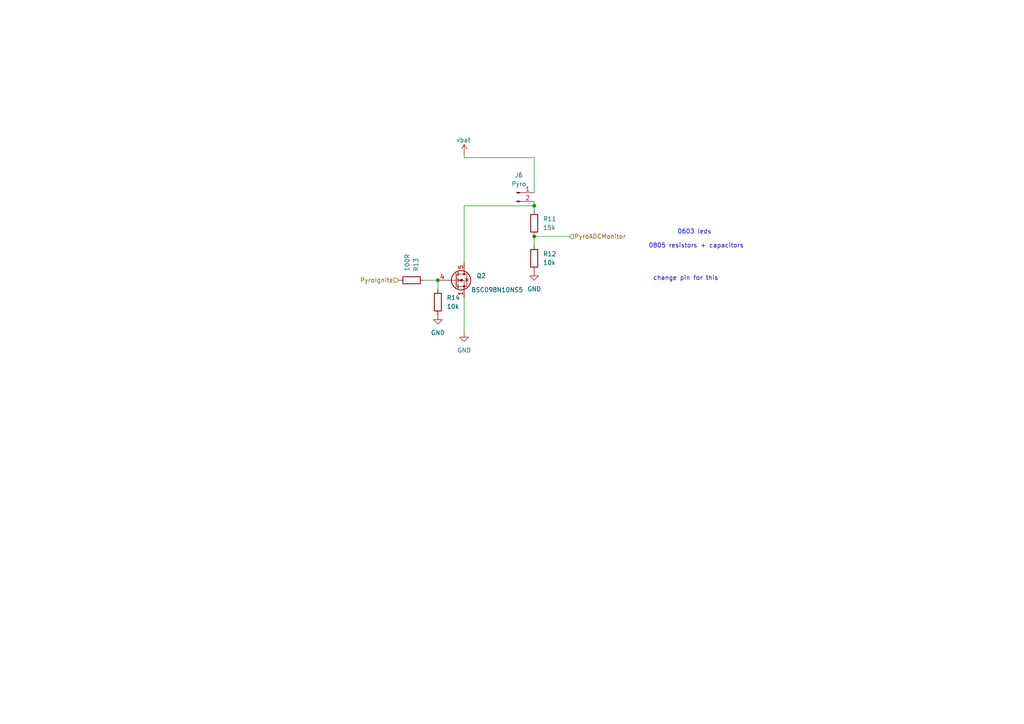
<source format=kicad_sch>
(kicad_sch (version 20250114) (generator "eeschema") (generator_version "9.0")
  (paper "A4")
  (lib_symbols
    (symbol "Connector:Conn_01x02_Pin" (pin_names (offset 1.016) (hide yes))
      (property "Reference" "J" (at 0 2.54 0))
      (property "Value" "Conn_01x02_Pin" (at 0 -5.08 0))
      (symbol "Conn_01x02_Pin_1_1"
        (rectangle (start 0.8636 0.127) (end 0 -0.127) (stroke (width 0.1524)) (fill (type outline)))
        (rectangle (start 0.8636 -2.413) (end 0 -2.667) (stroke (width 0.1524)) (fill (type outline)))
        (polyline (pts (xy 1.27 0) (xy 0.8636 0)) (stroke (width 0.1524)))
        (polyline (pts (xy 1.27 -2.54) (xy 0.8636 -2.54)) (stroke (width 0.1524)))
        (pin passive line (at 5.08 0 180) (length 3.81) (name "Pin_1") (number "1"))
        (pin passive line (at 5.08 -2.54 180) (length 3.81) (name "Pin_2") (number "2"))
      )
    )
    (symbol "Device:R" (pin_numbers (hide yes)) (pin_names (offset 0))
      (property "Reference" "R" (at 2.032 0 90))
      (property "Value" "R" (at 0 0 90))
      (symbol "R_0_1"
        (rectangle (start -1.016 -2.54) (end 1.016 2.54) (stroke (width 0.254)))
      )
      (symbol "R_1_1"
        (pin passive line (at 0 3.81 270) (length 1.27) (name "~") (number "1"))
        (pin passive line (at 0 -3.81 90) (length 1.27) (name "~") (number "2"))
      )
    )
    (symbol "Transistor_FET:BSC098N10NS5" (pin_names (hide yes))
      (property "Reference" "Q" (at 5.08 1.905 0))
      (property "Value" "BSC098N10NS5" (at 5.08 0 0))
      (symbol "BSC098N10NS5_0_1"
        (polyline (pts (xy 0.254 1.905) (xy 0.254 -1.905)) (stroke (width 0.254)))
        (polyline (pts (xy 0.254 0) (xy -2.54 0)))
        (polyline (pts (xy 0.762 2.286) (xy 0.762 1.27)) (stroke (width 0.254)))
        (polyline (pts (xy 0.762 0.508) (xy 0.762 -0.508)) (stroke (width 0.254)))
        (polyline (pts (xy 0.762 -1.27) (xy 0.762 -2.286)) (stroke (width 0.254)))
        (polyline (pts (xy 0.762 -1.778) (xy 3.302 -1.778) (xy 3.302 1.778) (xy 0.762 1.778)))
        (polyline (pts (xy 1.016 0) (xy 2.032 0.381) (xy 2.032 -0.381) (xy 1.016 0)) (fill (type outline)))
        (circle (center 1.651 0) (radius 2.794) (stroke (width 0.254)))
        (polyline (pts (xy 2.54 2.54) (xy 2.54 1.778)))
        (circle (center 2.54 1.778) (radius 0.254) (fill (type outline)))
        (circle (center 2.54 -1.778) (radius 0.254) (fill (type outline)))
        (polyline (pts (xy 2.54 -2.54) (xy 2.54 0) (xy 0.762 0)))
        (polyline (pts (xy 2.794 0.508) (xy 2.921 0.381) (xy 3.683 0.381) (xy 3.81 0.254)))
        (polyline (pts (xy 3.302 0.381) (xy 2.921 -0.254) (xy 3.683 -0.254) (xy 3.302 0.381)))
      )
      (symbol "BSC098N10NS5_1_1"
        (pin passive line (at -5.08 0 0) (length 2.54) (name "G") (number "4"))
        (pin passive line (at 2.54 5.08 270) (length 2.54) (name "D") (number "5"))
        (pin passive line (at 2.54 -5.08 90) (length 2.54) (name "S") (number "1"))
        (pin passive line (at 2.54 -5.08 90) (length 2.54) (hide yes) (name "S") (number "2"))
        (pin passive line (at 2.54 -5.08 90) (length 2.54) (hide yes) (name "S") (number "3"))
      )
    )
    (symbol "power:+7.5V" (power) (pin_numbers (hide yes)) (pin_names (offset 0) (hide yes))
      (property "Value" "+7.5V" (at 0 3.556 0))
      (symbol "+7.5V_0_1"
        (polyline (pts (xy -0.762 1.27) (xy 0 2.54)))
        (polyline (pts (xy 0 2.54) (xy 0.762 1.27)))
        (polyline (pts (xy 0 0) (xy 0 2.54)))
      )
      (symbol "+7.5V_1_1"
        (pin power_in line (at 0 0 90) (length 0) (name "~") (number "1"))
      )
    )
    (symbol "power:GND" (power) (pin_numbers (hide yes)) (pin_names (offset 0) (hide yes))
      (property "Value" "GND" (at 0 -3.81 0))
      (symbol "GND_0_1"
        (polyline (pts (xy 0 0) (xy 0 -1.27) (xy 1.27 -1.27) (xy 0 -2.54) (xy -1.27 -1.27) (xy 0 -1.27)))
      )
      (symbol "GND_1_1"
        (pin power_in line (at 0 0 270) (length 0) (name "~") (number "1"))
      )
    )
  )
  (text "0603 leds\n" (at 201.422 67.31 0) (effects (font (size 1.27 1.27))))
  (text "change pin for this" (at 198.882 80.772 0) (effects (font (size 1.27 1.27))))
  (text "0805 resistors + capacitors\n" (at 201.93 71.374 0) (effects (font (size 1.27 1.27))))
  (junction (at 154.94 59.69))
  (junction (at 154.94 68.58))
  (junction (at 127 81.28))
  (wire (pts (xy 154.94 68.58) (xy 154.94 71.12)))
  (wire (pts (xy 134.62 59.69) (xy 134.62 76.2)))
  (wire (pts (xy 154.94 59.69) (xy 154.94 58.42)))
  (wire (pts (xy 134.62 45.72) (xy 154.94 45.72)))
  (wire (pts (xy 154.94 68.58) (xy 165.1 68.58)))
  (wire (pts (xy 154.94 59.69) (xy 154.94 60.96)))
  (wire (pts (xy 134.62 45.72) (xy 134.62 44.45)))
  (wire (pts (xy 154.94 45.72) (xy 154.94 55.88)))
  (wire (pts (xy 127 81.28) (xy 127 83.82)))
  (wire (pts (xy 123.19 81.28) (xy 127 81.28)))
  (wire (pts (xy 134.62 86.36) (xy 134.62 96.52)))
  (wire (pts (xy 134.62 59.69) (xy 154.94 59.69)))
  (hierarchical_label "PyroIgnite" (shape input) (at 115.57 81.28 180))
  (hierarchical_label "PyroADCMonitor" (shape input) (at 165.1 68.58 0))
  (symbol (lib_id "Device:R") (at 154.94 74.93 0) (unit 1)
    (property "Reference" "R12" (at 157.48 73.6599 0) (effects (justify left)))
    (property "Value" "10k" (at 157.48 76.1999 0) (effects (justify left)))
    (property "Footprint" "Resistor_SMD:R_0805_2012Metric" (effects (hide yes)))
    (property "Description" "Resistor" (effects (hide yes)))
  )
  (symbol (lib_id "Connector:Conn_01x02_Pin") (at 149.86 55.88 0) (unit 1)
    (property "Reference" "J6" (at 150.495 50.8 0))
    (property "Value" "Pyro" (at 150.495 53.34 0))
    (property "Footprint" "Connector_Molex:Molex_KK-254_AE-6410-02A_1x02_P2.54mm_Vertical" (effects (hide yes)))
    (property "Description" "Generic connector, single row, 01x02, script generated" (effects (hide yes)))
  )
  (symbol (lib_id "Device:R") (at 154.94 64.77 0) (unit 1)
    (property "Reference" "R11" (at 157.48 63.4999 0) (effects (justify left)))
    (property "Value" "15k" (at 157.48 66.0399 0) (effects (justify left)))
    (property "Footprint" "Resistor_SMD:R_0805_2012Metric" (effects (hide yes)))
    (property "Description" "Resistor" (effects (hide yes)))
  )
  (symbol (lib_id "power:GND") (at 127 91.44 0) (unit 1)
    (property "Reference" "#PWR0102" (effects (hide yes)))
    (property "Value" "GND" (at 127 96.52 0))
    (property "Description" "Power symbol creates a global label with name \"GND\" , ground" (effects (hide yes)))
  )
  (symbol (lib_id "Device:R") (at 127 87.63 0) (unit 1)
    (property "Reference" "R14" (at 129.54 86.3599 0) (effects (justify left)))
    (property "Value" "10k" (at 129.54 88.8999 0) (effects (justify left)))
    (property "Footprint" "Resistor_SMD:R_0805_2012Metric" (effects (hide yes)))
    (property "Description" "Resistor" (effects (hide yes)))
  )
  (symbol (lib_id "power:GND") (at 134.62 96.52 0) (unit 1)
    (property "Reference" "#PWR02" (effects (hide yes)))
    (property "Value" "GND" (at 134.62 101.6 0))
    (property "Description" "Power symbol creates a global label with name \"GND\" , ground" (effects (hide yes)))
  )
  (symbol (lib_id "Device:R") (at 119.38 81.28 270) (mirror x) (unit 1)
    (property "Reference" "R13" (at 120.6501 78.74 0) (effects (justify left)))
    (property "Value" "100R" (at 118.1101 78.74 0) (effects (justify left)))
    (property "Footprint" "Resistor_SMD:R_0805_2012Metric" (effects (hide yes)))
    (property "Description" "Resistor" (effects (hide yes)))
  )
  (symbol (lib_id "power:GND") (at 154.94 78.74 0) (unit 1)
    (property "Reference" "#PWR0103" (effects (hide yes)))
    (property "Value" "GND" (at 154.94 83.82 0))
    (property "Description" "Power symbol creates a global label with name \"GND\" , ground" (effects (hide yes)))
  )
  (symbol (lib_id "power:+7.5V") (at 134.62 44.45 0) (unit 1)
    (property "Reference" "#PWR0101" (effects (hide yes)))
    (property "Value" "vbat" (at 132.334 40.64 0) (effects (justify left)))
    (property "Description" "Power symbol creates a global label with name \"+7.5V\"" (effects (hide yes)))
  )
  (symbol (lib_id "Transistor_FET:BSC098N10NS5") (at 132.08 81.28 0) (unit 1)
    (property "Reference" "Q2" (at 138.176 80.01 0) (effects (justify left)))
    (property "Value" "BSC098N10NS5" (at 136.652 84.074 0) (effects (justify left)))
    (property "Footprint" "Package_TO_SOT_SMD:SOT-23-5" (effects (hide yes)))
    (property "Datasheet" "http://www.infineon.com/dgdl/Infineon-BSC098N10NS5-DS-v02_00-EN.pdf?fileId=5546d4624ad04ef9014ae95ab4221bfd" (effects (hide yes)))
    (property "Description" "60A Id, 100V Vds, OptiMOS N-Channel Power MOSFET, 9.8mOhm Ron, Qg (typ) 22.0nC, PG-TDSON-8" (effects (hide yes)))
  )
)
</source>
